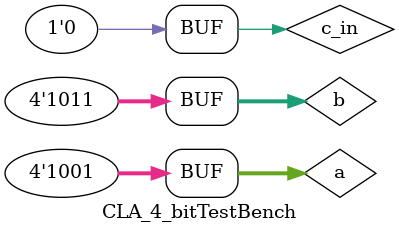
<source format=v>
`timescale 1ns / 1ps


/*
# ---------------------------------------------------------
    # COMPUTER ORGANIZATION LABORATORY
    # AUTUMN SEMESTER 2022
    # Assignment 3
    # Problem 2
    # Group No. 60
    # Abhay Kumar Keshari 20CS10001
    # Hardik Soni 20CS30023
# ---------------------------------------------------------
*/


module CLA_4_bitTestBench;

	// Inputs
	reg [3:0] a;
	reg [3:0] b;
	reg c_in;

	// Outputs
	wire [3:0] s;
	wire c_out;

	// Instantiate the Unit Under Test (UUT)
	CLA_4_bit uut (
		.a(a), 
		.b(b), 
		.c_in(c_in), 
		.s(s), 
		.c_out(c_out)
	);

	initial begin
		$monitor("@%d ns, a = %d, b = %d, c_in = %d, s = %d, c_out = %d", $time, a, b, c_in, s, c_out);
		// Inititalize the Test Cases
		a = 4'b0100; b = 4'b0100; c_in = 1'b0;
		#100;
		a = 4'b1100; b = 4'b0100; c_in = 1'b0;
		#100;
		a = 4'b0100; b = 4'b0100; c_in = 1'b0;
		#100;
		a = 4'b1001; b = 4'b1011; c_in = 1'b0;
		#100;
    end
      
endmodule


</source>
